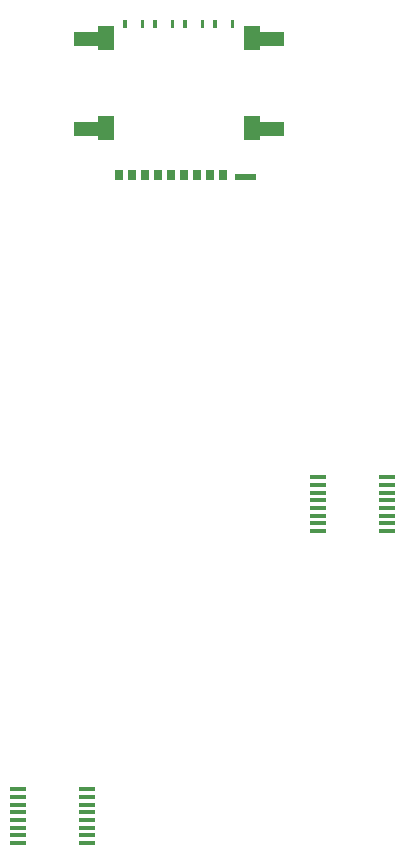
<source format=gbr>
G04 EAGLE Gerber RS-274X export*
G75*
%MOMM*%
%FSLAX34Y34*%
%LPD*%
%INSolderpaste Top*%
%IPPOS*%
%AMOC8*
5,1,8,0,0,1.08239X$1,22.5*%
G01*
%ADD10R,0.670000X0.950000*%
%ADD11R,1.350000X2.000000*%
%ADD12R,2.540000X1.270000*%
%ADD13R,1.473200X0.355600*%

G36*
X539885Y777359D02*
X539885Y777359D01*
X539884Y777360D01*
X539885Y777360D01*
X539885Y782360D01*
X539881Y782365D01*
X539880Y782364D01*
X539880Y782365D01*
X522880Y782365D01*
X522875Y782361D01*
X522876Y782360D01*
X522875Y782360D01*
X522875Y777360D01*
X522879Y777355D01*
X522880Y777356D01*
X522880Y777355D01*
X539880Y777355D01*
X539885Y777359D01*
G37*
G36*
X431235Y905859D02*
X431235Y905859D01*
X431234Y905860D01*
X431235Y905860D01*
X431235Y912860D01*
X431231Y912865D01*
X431230Y912864D01*
X431230Y912865D01*
X427930Y912865D01*
X427925Y912861D01*
X427926Y912860D01*
X427925Y912860D01*
X427925Y905860D01*
X427929Y905855D01*
X427930Y905856D01*
X427930Y905855D01*
X431230Y905855D01*
X431235Y905859D01*
G37*
G36*
X445835Y905859D02*
X445835Y905859D01*
X445834Y905860D01*
X445835Y905860D01*
X445835Y912860D01*
X445831Y912865D01*
X445830Y912864D01*
X445830Y912865D01*
X442530Y912865D01*
X442525Y912861D01*
X442526Y912860D01*
X442525Y912860D01*
X442525Y905860D01*
X442529Y905855D01*
X442530Y905856D01*
X442530Y905855D01*
X445830Y905855D01*
X445835Y905859D01*
G37*
G36*
X456635Y905859D02*
X456635Y905859D01*
X456634Y905860D01*
X456635Y905860D01*
X456635Y912860D01*
X456631Y912865D01*
X456630Y912864D01*
X456630Y912865D01*
X453330Y912865D01*
X453325Y912861D01*
X453326Y912860D01*
X453325Y912860D01*
X453325Y905860D01*
X453329Y905855D01*
X453330Y905856D01*
X453330Y905855D01*
X456630Y905855D01*
X456635Y905859D01*
G37*
G36*
X471235Y905859D02*
X471235Y905859D01*
X471234Y905860D01*
X471235Y905860D01*
X471235Y912860D01*
X471231Y912865D01*
X471230Y912864D01*
X471230Y912865D01*
X467930Y912865D01*
X467925Y912861D01*
X467926Y912860D01*
X467925Y912860D01*
X467925Y905860D01*
X467929Y905855D01*
X467930Y905856D01*
X467930Y905855D01*
X471230Y905855D01*
X471235Y905859D01*
G37*
G36*
X482035Y905859D02*
X482035Y905859D01*
X482034Y905860D01*
X482035Y905860D01*
X482035Y912860D01*
X482031Y912865D01*
X482030Y912864D01*
X482030Y912865D01*
X478730Y912865D01*
X478725Y912861D01*
X478726Y912860D01*
X478725Y912860D01*
X478725Y905860D01*
X478729Y905855D01*
X478730Y905856D01*
X478730Y905855D01*
X482030Y905855D01*
X482035Y905859D01*
G37*
G36*
X496635Y905859D02*
X496635Y905859D01*
X496634Y905860D01*
X496635Y905860D01*
X496635Y912860D01*
X496631Y912865D01*
X496630Y912864D01*
X496630Y912865D01*
X493330Y912865D01*
X493325Y912861D01*
X493326Y912860D01*
X493325Y912860D01*
X493325Y905860D01*
X493329Y905855D01*
X493330Y905856D01*
X493330Y905855D01*
X496630Y905855D01*
X496635Y905859D01*
G37*
G36*
X507435Y905859D02*
X507435Y905859D01*
X507434Y905860D01*
X507435Y905860D01*
X507435Y912860D01*
X507431Y912865D01*
X507430Y912864D01*
X507430Y912865D01*
X504130Y912865D01*
X504125Y912861D01*
X504126Y912860D01*
X504125Y912860D01*
X504125Y905860D01*
X504129Y905855D01*
X504130Y905856D01*
X504130Y905855D01*
X507430Y905855D01*
X507435Y905859D01*
G37*
G36*
X522035Y905859D02*
X522035Y905859D01*
X522034Y905860D01*
X522035Y905860D01*
X522035Y912860D01*
X522031Y912865D01*
X522030Y912864D01*
X522030Y912865D01*
X518730Y912865D01*
X518725Y912861D01*
X518726Y912860D01*
X518725Y912860D01*
X518725Y905860D01*
X518729Y905855D01*
X518730Y905856D01*
X518730Y905855D01*
X522030Y905855D01*
X522035Y905859D01*
G37*
D10*
X424680Y782110D03*
X435680Y782110D03*
X446680Y782110D03*
X457680Y782110D03*
X468680Y782110D03*
X479680Y782110D03*
X490680Y782110D03*
X501680Y782110D03*
X512680Y782110D03*
D11*
X536730Y821160D03*
X413230Y821160D03*
X536730Y897360D03*
X413230Y897360D03*
D12*
X551180Y820420D03*
X551180Y896620D03*
X398780Y820420D03*
X398780Y896620D03*
D13*
X397510Y215900D03*
X397510Y222504D03*
X397510Y229108D03*
X397510Y235458D03*
X397510Y242062D03*
X397510Y248412D03*
X397510Y255016D03*
X397510Y261620D03*
X339090Y261620D03*
X339090Y255016D03*
X339090Y248412D03*
X339090Y242062D03*
X339090Y235458D03*
X339090Y229108D03*
X339090Y222504D03*
X339090Y215900D03*
X651510Y480060D03*
X651510Y486664D03*
X651510Y493268D03*
X651510Y499618D03*
X651510Y506222D03*
X651510Y512572D03*
X651510Y519176D03*
X651510Y525780D03*
X593090Y525780D03*
X593090Y519176D03*
X593090Y512572D03*
X593090Y506222D03*
X593090Y499618D03*
X593090Y493268D03*
X593090Y486664D03*
X593090Y480060D03*
M02*

</source>
